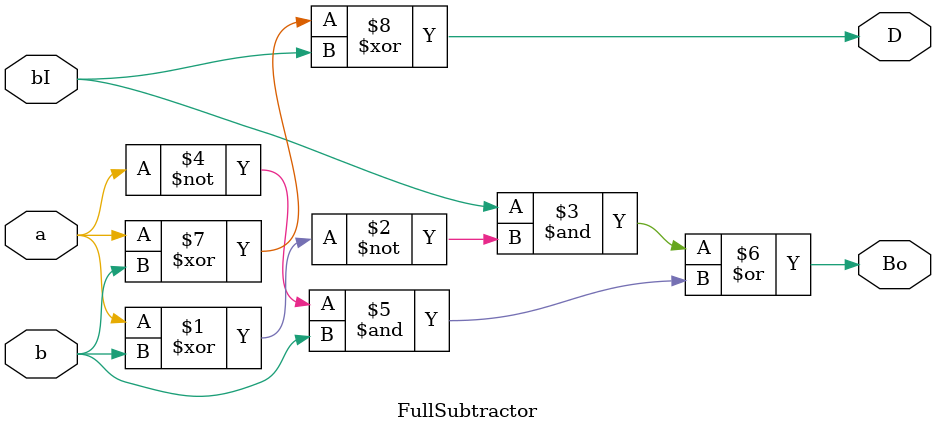
<source format=v>
module FullSubtractor(
	output Bo, D,
	input a, b, bI
	);

assign Bo = bI & ~(a ^ b) | (~a & b) ;
assign D = (a ^ b) ^ bI;

endmodule 
</source>
